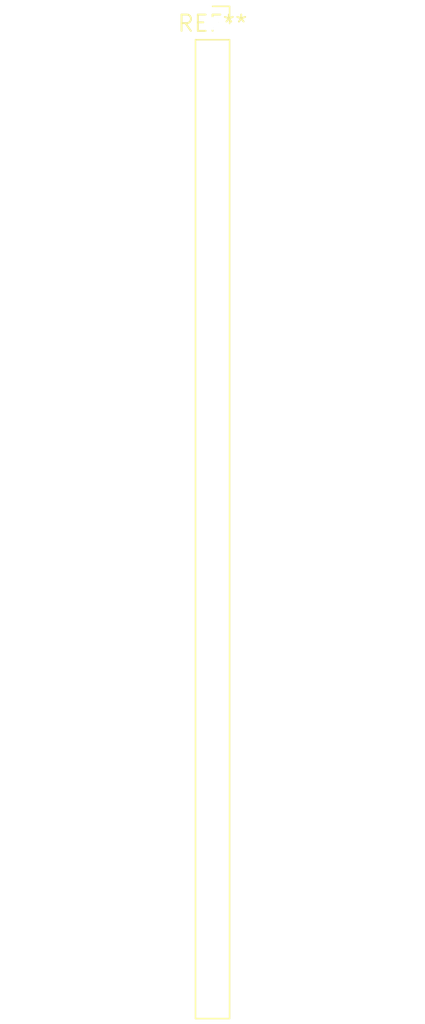
<source format=kicad_pcb>
(kicad_pcb (version 20240108) (generator pcbnew)
  (layers (0 "F.Cu" signal) (31 "B.Cu" signal) (34 "B.Paste" user) (35 "F.Paste" user) (36 "B.SilkS" user "B.Silkscreen") (37 "F.SilkS" user "F.Silkscreen") (38 "B.Mask" user) (39 "F.Mask" user) (44 "Edge.Cuts" user))
  (net 0 "")
  (footprint "PinSocket_1x31_P2.54mm_Vertical" (layer "F.Cu") (at 0 0)
    (property "Reference" "REF**")
    (property "Value" "PinSocket_1x31_P2.54mm_Vertical")
    (fp_line (start -1.33 1.27) (end -1.33 77.53) (layer "F.SilkS") (stroke (width 0.12)))
    (fp_line (start -1.33 1.27) (end 1.33 1.27) (layer "F.SilkS") (stroke (width 0.12)))
    (fp_line (start -1.33 77.53) (end 1.33 77.53) (layer "F.SilkS") (stroke (width 0.12)))
    (fp_line (start 0 -1.33) (end 1.33 -1.33) (layer "F.SilkS") (stroke (width 0.12)))
    (fp_line (start 1.33 -1.33) (end 1.33 0) (layer "F.SilkS") (stroke (width 0.12)))
    (fp_line (start 1.33 1.27) (end 1.33 77.53) (layer "F.SilkS") (stroke (width 0.12)))
    (pad "1" thru_hole rect (at 0 0) (size 1.7 1.7) (drill 1) (layers *.Cu *.Mask) (remove_unused_layers))
    (pad "2" thru_hole oval (at 0 2.54) (size 1.7 1.7) (drill 1) (layers *.Cu *.Mask) (remove_unused_layers))
    (pad "3" thru_hole oval (at 0 5.08) (size 1.7 1.7) (drill 1) (layers *.Cu *.Mask) (remove_unused_layers))
    (pad "4" thru_hole oval (at 0 7.62) (size 1.7 1.7) (drill 1) (layers *.Cu *.Mask) (remove_unused_layers))
    (pad "5" thru_hole oval (at 0 10.16) (size 1.7 1.7) (drill 1) (layers *.Cu *.Mask) (remove_unused_layers))
    (pad "6" thru_hole oval (at 0 12.7) (size 1.7 1.7) (drill 1) (layers *.Cu *.Mask) (remove_unused_layers))
    (pad "7" thru_hole oval (at 0 15.24) (size 1.7 1.7) (drill 1) (layers *.Cu *.Mask) (remove_unused_layers))
    (pad "8" thru_hole oval (at 0 17.78) (size 1.7 1.7) (drill 1) (layers *.Cu *.Mask) (remove_unused_layers))
    (pad "9" thru_hole oval (at 0 20.32) (size 1.7 1.7) (drill 1) (layers *.Cu *.Mask) (remove_unused_layers))
    (pad "10" thru_hole oval (at 0 22.86) (size 1.7 1.7) (drill 1) (layers *.Cu *.Mask) (remove_unused_layers))
    (pad "11" thru_hole oval (at 0 25.4) (size 1.7 1.7) (drill 1) (layers *.Cu *.Mask) (remove_unused_layers))
    (pad "12" thru_hole oval (at 0 27.94) (size 1.7 1.7) (drill 1) (layers *.Cu *.Mask) (remove_unused_layers))
    (pad "13" thru_hole oval (at 0 30.48) (size 1.7 1.7) (drill 1) (layers *.Cu *.Mask) (remove_unused_layers))
    (pad "14" thru_hole oval (at 0 33.02) (size 1.7 1.7) (drill 1) (layers *.Cu *.Mask) (remove_unused_layers))
    (pad "15" thru_hole oval (at 0 35.56) (size 1.7 1.7) (drill 1) (layers *.Cu *.Mask) (remove_unused_layers))
    (pad "16" thru_hole oval (at 0 38.1) (size 1.7 1.7) (drill 1) (layers *.Cu *.Mask) (remove_unused_layers))
    (pad "17" thru_hole oval (at 0 40.64) (size 1.7 1.7) (drill 1) (layers *.Cu *.Mask) (remove_unused_layers))
    (pad "18" thru_hole oval (at 0 43.18) (size 1.7 1.7) (drill 1) (layers *.Cu *.Mask) (remove_unused_layers))
    (pad "19" thru_hole oval (at 0 45.72) (size 1.7 1.7) (drill 1) (layers *.Cu *.Mask) (remove_unused_layers))
    (pad "20" thru_hole oval (at 0 48.26) (size 1.7 1.7) (drill 1) (layers *.Cu *.Mask) (remove_unused_layers))
    (pad "21" thru_hole oval (at 0 50.8) (size 1.7 1.7) (drill 1) (layers *.Cu *.Mask) (remove_unused_layers))
    (pad "22" thru_hole oval (at 0 53.34) (size 1.7 1.7) (drill 1) (layers *.Cu *.Mask) (remove_unused_layers))
    (pad "23" thru_hole oval (at 0 55.88) (size 1.7 1.7) (drill 1) (layers *.Cu *.Mask) (remove_unused_layers))
    (pad "24" thru_hole oval (at 0 58.42) (size 1.7 1.7) (drill 1) (layers *.Cu *.Mask) (remove_unused_layers))
    (pad "25" thru_hole oval (at 0 60.96) (size 1.7 1.7) (drill 1) (layers *.Cu *.Mask) (remove_unused_layers))
    (pad "26" thru_hole oval (at 0 63.5) (size 1.7 1.7) (drill 1) (layers *.Cu *.Mask) (remove_unused_layers))
    (pad "27" thru_hole oval (at 0 66.04) (size 1.7 1.7) (drill 1) (layers *.Cu *.Mask) (remove_unused_layers))
    (pad "28" thru_hole oval (at 0 68.58) (size 1.7 1.7) (drill 1) (layers *.Cu *.Mask) (remove_unused_layers))
    (pad "29" thru_hole oval (at 0 71.12) (size 1.7 1.7) (drill 1) (layers *.Cu *.Mask) (remove_unused_layers))
    (pad "30" thru_hole oval (at 0 73.66) (size 1.7 1.7) (drill 1) (layers *.Cu *.Mask) (remove_unused_layers))
    (pad "31" thru_hole oval (at 0 76.2) (size 1.7 1.7) (drill 1) (layers *.Cu *.Mask) (remove_unused_layers))
  )
)
</source>
